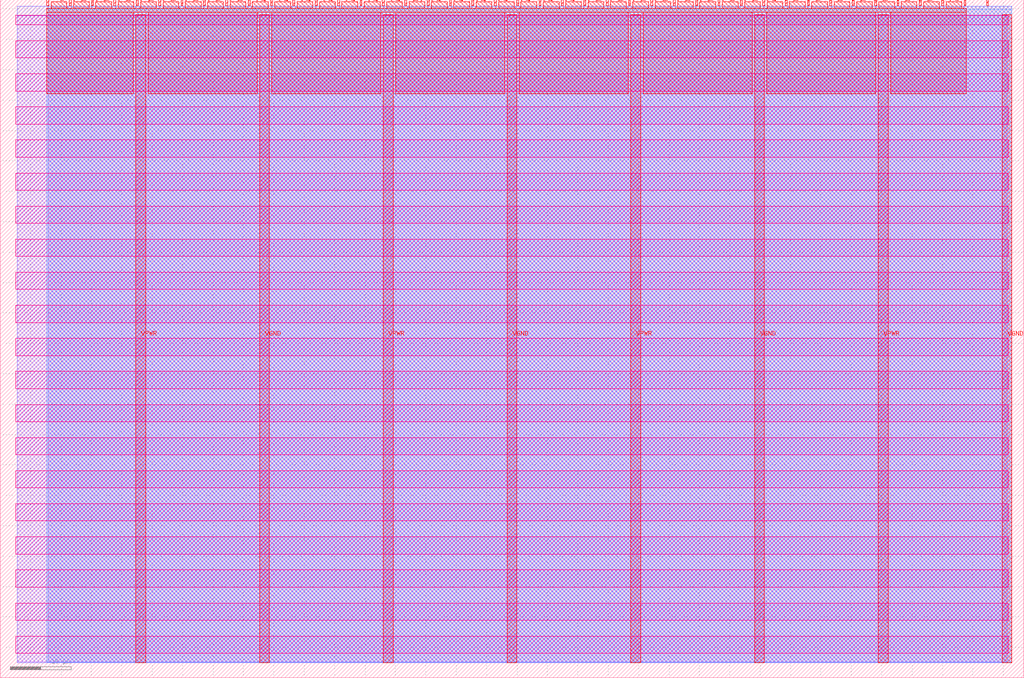
<source format=lef>
VERSION 5.7 ;
  NOWIREEXTENSIONATPIN ON ;
  DIVIDERCHAR "/" ;
  BUSBITCHARS "[]" ;
MACRO tt_um_wokwi_375300958229329921
  CLASS BLOCK ;
  FOREIGN tt_um_wokwi_375300958229329921 ;
  ORIGIN 0.000 0.000 ;
  SIZE 168.360 BY 111.520 ;
  PIN VGND
    DIRECTION INOUT ;
    USE GROUND ;
    PORT
      LAYER met4 ;
        RECT 42.670 2.480 44.270 109.040 ;
    END
    PORT
      LAYER met4 ;
        RECT 83.380 2.480 84.980 109.040 ;
    END
    PORT
      LAYER met4 ;
        RECT 124.090 2.480 125.690 109.040 ;
    END
    PORT
      LAYER met4 ;
        RECT 164.800 2.480 166.400 109.040 ;
    END
  END VGND
  PIN VPWR
    DIRECTION INOUT ;
    USE POWER ;
    PORT
      LAYER met4 ;
        RECT 22.315 2.480 23.915 109.040 ;
    END
    PORT
      LAYER met4 ;
        RECT 63.025 2.480 64.625 109.040 ;
    END
    PORT
      LAYER met4 ;
        RECT 103.735 2.480 105.335 109.040 ;
    END
    PORT
      LAYER met4 ;
        RECT 144.445 2.480 146.045 109.040 ;
    END
  END VPWR
  PIN clk
    DIRECTION INPUT ;
    USE SIGNAL ;
    ANTENNAGATEAREA 0.126000 ;
    PORT
      LAYER met4 ;
        RECT 158.550 110.520 158.850 111.520 ;
    END
  END clk
  PIN ena
    DIRECTION INPUT ;
    USE SIGNAL ;
    PORT
      LAYER met4 ;
        RECT 162.230 110.520 162.530 111.520 ;
    END
  END ena
  PIN rst_n
    DIRECTION INPUT ;
    USE SIGNAL ;
    PORT
      LAYER met4 ;
        RECT 154.870 110.520 155.170 111.520 ;
    END
  END rst_n
  PIN ui_in[0]
    DIRECTION INPUT ;
    USE SIGNAL ;
    ANTENNAGATEAREA 0.196500 ;
    PORT
      LAYER met4 ;
        RECT 151.190 110.520 151.490 111.520 ;
    END
  END ui_in[0]
  PIN ui_in[1]
    DIRECTION INPUT ;
    USE SIGNAL ;
    ANTENNAGATEAREA 0.196500 ;
    PORT
      LAYER met4 ;
        RECT 147.510 110.520 147.810 111.520 ;
    END
  END ui_in[1]
  PIN ui_in[2]
    DIRECTION INPUT ;
    USE SIGNAL ;
    ANTENNAGATEAREA 0.196500 ;
    PORT
      LAYER met4 ;
        RECT 143.830 110.520 144.130 111.520 ;
    END
  END ui_in[2]
  PIN ui_in[3]
    DIRECTION INPUT ;
    USE SIGNAL ;
    ANTENNAGATEAREA 0.196500 ;
    PORT
      LAYER met4 ;
        RECT 140.150 110.520 140.450 111.520 ;
    END
  END ui_in[3]
  PIN ui_in[4]
    DIRECTION INPUT ;
    USE SIGNAL ;
    ANTENNAGATEAREA 0.196500 ;
    PORT
      LAYER met4 ;
        RECT 136.470 110.520 136.770 111.520 ;
    END
  END ui_in[4]
  PIN ui_in[5]
    DIRECTION INPUT ;
    USE SIGNAL ;
    ANTENNAGATEAREA 0.196500 ;
    PORT
      LAYER met4 ;
        RECT 132.790 110.520 133.090 111.520 ;
    END
  END ui_in[5]
  PIN ui_in[6]
    DIRECTION INPUT ;
    USE SIGNAL ;
    ANTENNAGATEAREA 0.196500 ;
    PORT
      LAYER met4 ;
        RECT 129.110 110.520 129.410 111.520 ;
    END
  END ui_in[6]
  PIN ui_in[7]
    DIRECTION INPUT ;
    USE SIGNAL ;
    ANTENNAGATEAREA 0.196500 ;
    PORT
      LAYER met4 ;
        RECT 125.430 110.520 125.730 111.520 ;
    END
  END ui_in[7]
  PIN uio_in[0]
    DIRECTION INPUT ;
    USE SIGNAL ;
    PORT
      LAYER met4 ;
        RECT 121.750 110.520 122.050 111.520 ;
    END
  END uio_in[0]
  PIN uio_in[1]
    DIRECTION INPUT ;
    USE SIGNAL ;
    PORT
      LAYER met4 ;
        RECT 118.070 110.520 118.370 111.520 ;
    END
  END uio_in[1]
  PIN uio_in[2]
    DIRECTION INPUT ;
    USE SIGNAL ;
    PORT
      LAYER met4 ;
        RECT 114.390 110.520 114.690 111.520 ;
    END
  END uio_in[2]
  PIN uio_in[3]
    DIRECTION INPUT ;
    USE SIGNAL ;
    PORT
      LAYER met4 ;
        RECT 110.710 110.520 111.010 111.520 ;
    END
  END uio_in[3]
  PIN uio_in[4]
    DIRECTION INPUT ;
    USE SIGNAL ;
    PORT
      LAYER met4 ;
        RECT 107.030 110.520 107.330 111.520 ;
    END
  END uio_in[4]
  PIN uio_in[5]
    DIRECTION INPUT ;
    USE SIGNAL ;
    PORT
      LAYER met4 ;
        RECT 103.350 110.520 103.650 111.520 ;
    END
  END uio_in[5]
  PIN uio_in[6]
    DIRECTION INPUT ;
    USE SIGNAL ;
    PORT
      LAYER met4 ;
        RECT 99.670 110.520 99.970 111.520 ;
    END
  END uio_in[6]
  PIN uio_in[7]
    DIRECTION INPUT ;
    USE SIGNAL ;
    PORT
      LAYER met4 ;
        RECT 95.990 110.520 96.290 111.520 ;
    END
  END uio_in[7]
  PIN uio_oe[0]
    DIRECTION OUTPUT TRISTATE ;
    USE SIGNAL ;
    PORT
      LAYER met4 ;
        RECT 33.430 110.520 33.730 111.520 ;
    END
  END uio_oe[0]
  PIN uio_oe[1]
    DIRECTION OUTPUT TRISTATE ;
    USE SIGNAL ;
    PORT
      LAYER met4 ;
        RECT 29.750 110.520 30.050 111.520 ;
    END
  END uio_oe[1]
  PIN uio_oe[2]
    DIRECTION OUTPUT TRISTATE ;
    USE SIGNAL ;
    PORT
      LAYER met4 ;
        RECT 26.070 110.520 26.370 111.520 ;
    END
  END uio_oe[2]
  PIN uio_oe[3]
    DIRECTION OUTPUT TRISTATE ;
    USE SIGNAL ;
    PORT
      LAYER met4 ;
        RECT 22.390 110.520 22.690 111.520 ;
    END
  END uio_oe[3]
  PIN uio_oe[4]
    DIRECTION OUTPUT TRISTATE ;
    USE SIGNAL ;
    PORT
      LAYER met4 ;
        RECT 18.710 110.520 19.010 111.520 ;
    END
  END uio_oe[4]
  PIN uio_oe[5]
    DIRECTION OUTPUT TRISTATE ;
    USE SIGNAL ;
    PORT
      LAYER met4 ;
        RECT 15.030 110.520 15.330 111.520 ;
    END
  END uio_oe[5]
  PIN uio_oe[6]
    DIRECTION OUTPUT TRISTATE ;
    USE SIGNAL ;
    PORT
      LAYER met4 ;
        RECT 11.350 110.520 11.650 111.520 ;
    END
  END uio_oe[6]
  PIN uio_oe[7]
    DIRECTION OUTPUT TRISTATE ;
    USE SIGNAL ;
    PORT
      LAYER met4 ;
        RECT 7.670 110.520 7.970 111.520 ;
    END
  END uio_oe[7]
  PIN uio_out[0]
    DIRECTION OUTPUT TRISTATE ;
    USE SIGNAL ;
    PORT
      LAYER met4 ;
        RECT 62.870 110.520 63.170 111.520 ;
    END
  END uio_out[0]
  PIN uio_out[1]
    DIRECTION OUTPUT TRISTATE ;
    USE SIGNAL ;
    PORT
      LAYER met4 ;
        RECT 59.190 110.520 59.490 111.520 ;
    END
  END uio_out[1]
  PIN uio_out[2]
    DIRECTION OUTPUT TRISTATE ;
    USE SIGNAL ;
    PORT
      LAYER met4 ;
        RECT 55.510 110.520 55.810 111.520 ;
    END
  END uio_out[2]
  PIN uio_out[3]
    DIRECTION OUTPUT TRISTATE ;
    USE SIGNAL ;
    PORT
      LAYER met4 ;
        RECT 51.830 110.520 52.130 111.520 ;
    END
  END uio_out[3]
  PIN uio_out[4]
    DIRECTION OUTPUT TRISTATE ;
    USE SIGNAL ;
    PORT
      LAYER met4 ;
        RECT 48.150 110.520 48.450 111.520 ;
    END
  END uio_out[4]
  PIN uio_out[5]
    DIRECTION OUTPUT TRISTATE ;
    USE SIGNAL ;
    PORT
      LAYER met4 ;
        RECT 44.470 110.520 44.770 111.520 ;
    END
  END uio_out[5]
  PIN uio_out[6]
    DIRECTION OUTPUT TRISTATE ;
    USE SIGNAL ;
    PORT
      LAYER met4 ;
        RECT 40.790 110.520 41.090 111.520 ;
    END
  END uio_out[6]
  PIN uio_out[7]
    DIRECTION OUTPUT TRISTATE ;
    USE SIGNAL ;
    PORT
      LAYER met4 ;
        RECT 37.110 110.520 37.410 111.520 ;
    END
  END uio_out[7]
  PIN uo_out[0]
    DIRECTION OUTPUT TRISTATE ;
    USE SIGNAL ;
    ANTENNADIFFAREA 0.445500 ;
    PORT
      LAYER met4 ;
        RECT 92.310 110.520 92.610 111.520 ;
    END
  END uo_out[0]
  PIN uo_out[1]
    DIRECTION OUTPUT TRISTATE ;
    USE SIGNAL ;
    ANTENNADIFFAREA 0.795200 ;
    PORT
      LAYER met4 ;
        RECT 88.630 110.520 88.930 111.520 ;
    END
  END uo_out[1]
  PIN uo_out[2]
    DIRECTION OUTPUT TRISTATE ;
    USE SIGNAL ;
    ANTENNADIFFAREA 0.445500 ;
    PORT
      LAYER met4 ;
        RECT 84.950 110.520 85.250 111.520 ;
    END
  END uo_out[2]
  PIN uo_out[3]
    DIRECTION OUTPUT TRISTATE ;
    USE SIGNAL ;
    ANTENNADIFFAREA 0.445500 ;
    PORT
      LAYER met4 ;
        RECT 81.270 110.520 81.570 111.520 ;
    END
  END uo_out[3]
  PIN uo_out[4]
    DIRECTION OUTPUT TRISTATE ;
    USE SIGNAL ;
    ANTENNADIFFAREA 0.445500 ;
    PORT
      LAYER met4 ;
        RECT 77.590 110.520 77.890 111.520 ;
    END
  END uo_out[4]
  PIN uo_out[5]
    DIRECTION OUTPUT TRISTATE ;
    USE SIGNAL ;
    ANTENNADIFFAREA 0.795200 ;
    PORT
      LAYER met4 ;
        RECT 73.910 110.520 74.210 111.520 ;
    END
  END uo_out[5]
  PIN uo_out[6]
    DIRECTION OUTPUT TRISTATE ;
    USE SIGNAL ;
    ANTENNADIFFAREA 0.445500 ;
    PORT
      LAYER met4 ;
        RECT 70.230 110.520 70.530 111.520 ;
    END
  END uo_out[6]
  PIN uo_out[7]
    DIRECTION OUTPUT TRISTATE ;
    USE SIGNAL ;
    ANTENNADIFFAREA 0.795200 ;
    PORT
      LAYER met4 ;
        RECT 66.550 110.520 66.850 111.520 ;
    END
  END uo_out[7]
  OBS
      LAYER nwell ;
        RECT 2.570 107.385 165.790 108.990 ;
        RECT 2.570 101.945 165.790 104.775 ;
        RECT 2.570 96.505 165.790 99.335 ;
        RECT 2.570 91.065 165.790 93.895 ;
        RECT 2.570 85.625 165.790 88.455 ;
        RECT 2.570 80.185 165.790 83.015 ;
        RECT 2.570 74.745 165.790 77.575 ;
        RECT 2.570 69.305 165.790 72.135 ;
        RECT 2.570 63.865 165.790 66.695 ;
        RECT 2.570 58.425 165.790 61.255 ;
        RECT 2.570 52.985 165.790 55.815 ;
        RECT 2.570 47.545 165.790 50.375 ;
        RECT 2.570 42.105 165.790 44.935 ;
        RECT 2.570 36.665 165.790 39.495 ;
        RECT 2.570 31.225 165.790 34.055 ;
        RECT 2.570 25.785 165.790 28.615 ;
        RECT 2.570 20.345 165.790 23.175 ;
        RECT 2.570 14.905 165.790 17.735 ;
        RECT 2.570 9.465 165.790 12.295 ;
        RECT 2.570 4.025 165.790 6.855 ;
      LAYER li1 ;
        RECT 2.760 2.635 165.600 108.885 ;
      LAYER met1 ;
        RECT 2.760 2.480 166.400 110.460 ;
      LAYER met2 ;
        RECT 7.910 2.535 166.370 110.490 ;
      LAYER met3 ;
        RECT 7.630 2.555 166.390 109.985 ;
      LAYER met4 ;
        RECT 8.370 110.120 10.950 111.170 ;
        RECT 12.050 110.120 14.630 111.170 ;
        RECT 15.730 110.120 18.310 111.170 ;
        RECT 19.410 110.120 21.990 111.170 ;
        RECT 23.090 110.120 25.670 111.170 ;
        RECT 26.770 110.120 29.350 111.170 ;
        RECT 30.450 110.120 33.030 111.170 ;
        RECT 34.130 110.120 36.710 111.170 ;
        RECT 37.810 110.120 40.390 111.170 ;
        RECT 41.490 110.120 44.070 111.170 ;
        RECT 45.170 110.120 47.750 111.170 ;
        RECT 48.850 110.120 51.430 111.170 ;
        RECT 52.530 110.120 55.110 111.170 ;
        RECT 56.210 110.120 58.790 111.170 ;
        RECT 59.890 110.120 62.470 111.170 ;
        RECT 63.570 110.120 66.150 111.170 ;
        RECT 67.250 110.120 69.830 111.170 ;
        RECT 70.930 110.120 73.510 111.170 ;
        RECT 74.610 110.120 77.190 111.170 ;
        RECT 78.290 110.120 80.870 111.170 ;
        RECT 81.970 110.120 84.550 111.170 ;
        RECT 85.650 110.120 88.230 111.170 ;
        RECT 89.330 110.120 91.910 111.170 ;
        RECT 93.010 110.120 95.590 111.170 ;
        RECT 96.690 110.120 99.270 111.170 ;
        RECT 100.370 110.120 102.950 111.170 ;
        RECT 104.050 110.120 106.630 111.170 ;
        RECT 107.730 110.120 110.310 111.170 ;
        RECT 111.410 110.120 113.990 111.170 ;
        RECT 115.090 110.120 117.670 111.170 ;
        RECT 118.770 110.120 121.350 111.170 ;
        RECT 122.450 110.120 125.030 111.170 ;
        RECT 126.130 110.120 128.710 111.170 ;
        RECT 129.810 110.120 132.390 111.170 ;
        RECT 133.490 110.120 136.070 111.170 ;
        RECT 137.170 110.120 139.750 111.170 ;
        RECT 140.850 110.120 143.430 111.170 ;
        RECT 144.530 110.120 147.110 111.170 ;
        RECT 148.210 110.120 150.790 111.170 ;
        RECT 151.890 110.120 154.470 111.170 ;
        RECT 155.570 110.120 158.150 111.170 ;
        RECT 7.655 109.440 158.865 110.120 ;
        RECT 7.655 96.055 21.915 109.440 ;
        RECT 24.315 96.055 42.270 109.440 ;
        RECT 44.670 96.055 62.625 109.440 ;
        RECT 65.025 96.055 82.980 109.440 ;
        RECT 85.380 96.055 103.335 109.440 ;
        RECT 105.735 96.055 123.690 109.440 ;
        RECT 126.090 96.055 144.045 109.440 ;
        RECT 146.445 96.055 158.865 109.440 ;
  END
END tt_um_wokwi_375300958229329921
END LIBRARY


</source>
